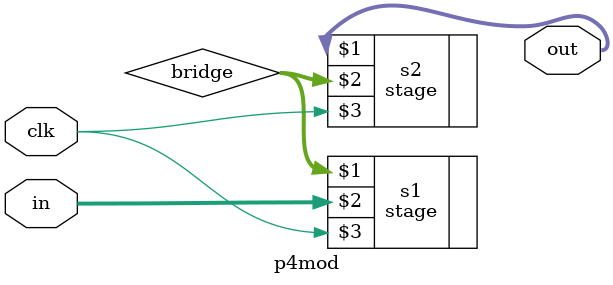
<source format=sv>
module p4mod (output [N-1:0]out,input [N-1:0]in,input clk);

  parameter N=8;

  wire [N-1:0]bridge;
  stage s1(bridge,in,clk);
  stage s2(out,bridge,clk);

endmodule

</source>
